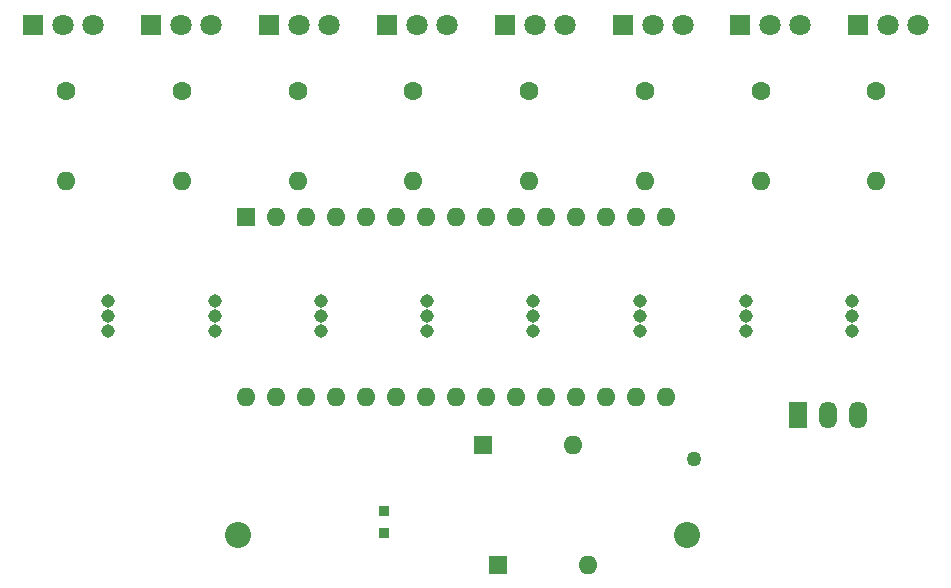
<source format=gts>
G04 #@! TF.GenerationSoftware,KiCad,Pcbnew,(5.1.10)-1*
G04 #@! TF.CreationDate,2021-07-07T10:57:58-07:00*
G04 #@! TF.ProjectId,8MagnetTester4Filter,384d6167-6e65-4745-9465-737465723446,rev?*
G04 #@! TF.SameCoordinates,Original*
G04 #@! TF.FileFunction,Soldermask,Top*
G04 #@! TF.FilePolarity,Negative*
%FSLAX46Y46*%
G04 Gerber Fmt 4.6, Leading zero omitted, Abs format (unit mm)*
G04 Created by KiCad (PCBNEW (5.1.10)-1) date 2021-07-07 10:57:58*
%MOMM*%
%LPD*%
G01*
G04 APERTURE LIST*
%ADD10O,1.500000X2.300000*%
%ADD11R,1.500000X2.300000*%
%ADD12C,1.270000*%
%ADD13C,2.205000*%
%ADD14R,1.800000X1.800000*%
%ADD15C,1.800000*%
%ADD16R,1.600000X1.600000*%
%ADD17O,1.600000X1.600000*%
%ADD18R,0.889000X0.952500*%
%ADD19C,1.143000*%
%ADD20C,1.600000*%
G04 APERTURE END LIST*
D10*
X177800000Y-101600000D03*
X175260000Y-101600000D03*
D11*
X172720000Y-101600000D03*
D12*
X163852000Y-105390000D03*
D13*
X163257000Y-111760000D03*
X125287000Y-111760000D03*
D14*
X177800000Y-68580000D03*
D15*
X180340000Y-68580000D03*
X182880000Y-68580000D03*
D16*
X125984000Y-84836000D03*
D17*
X159004000Y-100076000D03*
X128524000Y-84836000D03*
X156464000Y-100076000D03*
X131064000Y-84836000D03*
X153924000Y-100076000D03*
X133604000Y-84836000D03*
X151384000Y-100076000D03*
X136144000Y-84836000D03*
X148844000Y-100076000D03*
X138684000Y-84836000D03*
X146304000Y-100076000D03*
X141224000Y-84836000D03*
X143764000Y-100076000D03*
X143764000Y-84836000D03*
X141224000Y-100076000D03*
X146304000Y-84836000D03*
X138684000Y-100076000D03*
X148844000Y-84836000D03*
X136144000Y-100076000D03*
X151384000Y-84836000D03*
X133604000Y-100076000D03*
X153924000Y-84836000D03*
X131064000Y-100076000D03*
X156464000Y-84836000D03*
X128524000Y-100076000D03*
X159004000Y-84836000D03*
X125984000Y-100076000D03*
X161544000Y-84836000D03*
X161544000Y-100076000D03*
D14*
X107950000Y-68580000D03*
D15*
X110490000Y-68580000D03*
X113030000Y-68580000D03*
X123008571Y-68580000D03*
X120468571Y-68580000D03*
D14*
X117928571Y-68580000D03*
X127907142Y-68580000D03*
D15*
X130447142Y-68580000D03*
X132987142Y-68580000D03*
X142965713Y-68580000D03*
X140425713Y-68580000D03*
D14*
X137885713Y-68580000D03*
X147864284Y-68580000D03*
D15*
X150404284Y-68580000D03*
X152944284Y-68580000D03*
X162922855Y-68580000D03*
X160382855Y-68580000D03*
D14*
X157842855Y-68580000D03*
D18*
X137668000Y-111671100D03*
X137668000Y-109728000D03*
D15*
X172901426Y-68580000D03*
X170361426Y-68580000D03*
D14*
X167821426Y-68580000D03*
D19*
X123300000Y-91948000D03*
X123300000Y-93218000D03*
X123300000Y-94488000D03*
X141300000Y-91948000D03*
X141300000Y-93218000D03*
X141300000Y-94488000D03*
X177300000Y-91948000D03*
X177300000Y-93218000D03*
X177300000Y-94488000D03*
X114300000Y-94488000D03*
X114300000Y-93218000D03*
X114300000Y-91948000D03*
X159300000Y-94488000D03*
X159300000Y-93218000D03*
X159300000Y-91948000D03*
X168300000Y-91948000D03*
X168300000Y-93218000D03*
X168300000Y-94488000D03*
X150300000Y-94488000D03*
X150300000Y-93218000D03*
X150300000Y-91948000D03*
X132300000Y-91948000D03*
X132300000Y-93218000D03*
X132300000Y-94488000D03*
D16*
X147320000Y-114300000D03*
D17*
X154940000Y-114300000D03*
X153670000Y-104140000D03*
D16*
X146050000Y-104140000D03*
D17*
X110744000Y-81788000D03*
D20*
X110744000Y-74168000D03*
X120541142Y-74168000D03*
D17*
X120541142Y-81788000D03*
X130338284Y-81788000D03*
D20*
X130338284Y-74168000D03*
X140135426Y-74168000D03*
D17*
X140135426Y-81788000D03*
X149932568Y-81788000D03*
D20*
X149932568Y-74168000D03*
X159729710Y-74168000D03*
D17*
X159729710Y-81788000D03*
X169526852Y-81788000D03*
D20*
X169526852Y-74168000D03*
X179324000Y-74168000D03*
D17*
X179324000Y-81788000D03*
M02*

</source>
